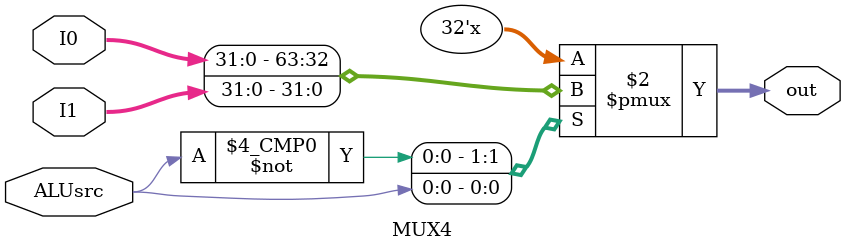
<source format=v>
`timescale 1ns/1ns
module MUX4(input [31:0] I0,I1 ,input ALUsrc , output reg [31:0] out);

always@(I0,I1,ALUsrc) begin
	case(ALUsrc)
		0: out <= I0;
		1: out <= I1;
	endcase
end
endmodule

</source>
